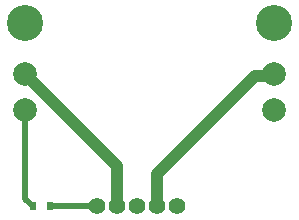
<source format=gtl>
G04*
G04 #@! TF.GenerationSoftware,Altium Limited,Altium Designer,18.1.6 (161)*
G04*
G04 Layer_Physical_Order=1*
G04 Layer_Color=255*
%FSLAX44Y44*%
%MOMM*%
G71*
G01*
G75*
%ADD10R,0.5000X0.8000*%
%ADD16C,0.5000*%
%ADD17C,1.0000*%
%ADD18C,1.4000*%
%ADD19C,2.0000*%
%ADD20C,3.0480*%
D10*
X336670Y1061720D02*
D03*
X351670D02*
D03*
D16*
X330200Y1068190D02*
X336670Y1061720D01*
X330200Y1068190D02*
Y1143508D01*
X351670Y1061720D02*
X390670D01*
D17*
X524510Y1172210D02*
X541020D01*
X441670Y1089370D02*
X524510Y1172210D01*
X441670Y1061720D02*
Y1089370D01*
X330200Y1173480D02*
X407670Y1096010D01*
Y1061720D02*
Y1096010D01*
D18*
X390670Y1061720D02*
D03*
X441670D02*
D03*
X458670D02*
D03*
X424670D02*
D03*
X407670D02*
D03*
D19*
X330200Y1143508D02*
D03*
Y1173480D02*
D03*
X541020Y1143508D02*
D03*
Y1173480D02*
D03*
D20*
X330200Y1216660D02*
D03*
X541020D02*
D03*
M02*

</source>
